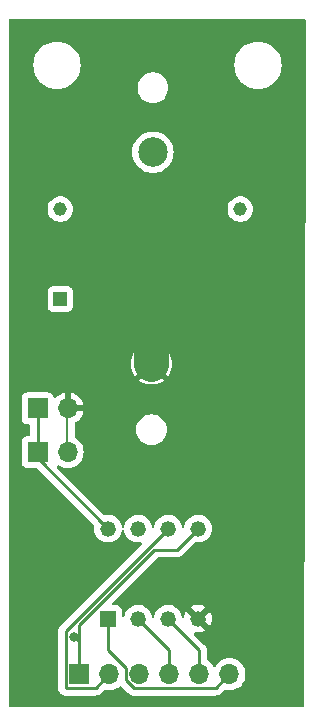
<source format=gbr>
%TF.GenerationSoftware,KiCad,Pcbnew,7.0.11-2.fc39*%
%TF.CreationDate,2024-06-07T09:19:16-04:00*%
%TF.ProjectId,OS-44,4f532d34-342e-46b6-9963-61645f706362,rev?*%
%TF.SameCoordinates,Original*%
%TF.FileFunction,Copper,L1,Top*%
%TF.FilePolarity,Positive*%
%FSLAX46Y46*%
G04 Gerber Fmt 4.6, Leading zero omitted, Abs format (unit mm)*
G04 Created by KiCad (PCBNEW 7.0.11-2.fc39) date 2024-06-07 09:19:16*
%MOMM*%
%LPD*%
G01*
G04 APERTURE LIST*
%TA.AperFunction,NonConductor*%
%ADD10C,0.200000*%
%TD*%
%TA.AperFunction,ComponentPad*%
%ADD11R,1.158000X1.158000*%
%TD*%
%TA.AperFunction,ComponentPad*%
%ADD12C,1.158000*%
%TD*%
%TA.AperFunction,ComponentPad*%
%ADD13R,1.320800X1.320800*%
%TD*%
%TA.AperFunction,ComponentPad*%
%ADD14C,1.320800*%
%TD*%
%TA.AperFunction,ComponentPad*%
%ADD15R,1.700000X1.700000*%
%TD*%
%TA.AperFunction,ComponentPad*%
%ADD16O,1.700000X1.700000*%
%TD*%
%TA.AperFunction,ComponentPad*%
%ADD17C,2.500000*%
%TD*%
%TA.AperFunction,ViaPad*%
%ADD18C,0.800000*%
%TD*%
%TA.AperFunction,Conductor*%
%ADD19C,3.000000*%
%TD*%
%TA.AperFunction,Conductor*%
%ADD20C,0.250000*%
%TD*%
G04 APERTURE END LIST*
D10*
X134493000Y-99568000D02*
X134493000Y-95758000D01*
D11*
%TO.P,Y1,1*%
%TO.N,N/C*%
X133890000Y-86605000D03*
D12*
%TO.P,Y1,7,CASE_GND*%
%TO.N,GND*%
X149130000Y-86605000D03*
%TO.P,Y1,8,OUTPUT*%
%TO.N,HF_MOD*%
X149130000Y-78985000D03*
%TO.P,Y1,14,+VDC*%
%TO.N,PB0*%
X133890000Y-78985000D03*
%TD*%
D13*
%TO.P,ATTINY85,1,PB5*%
%TO.N,PB5*%
X137922000Y-113665000D03*
D14*
%TO.P,ATTINY85,2,PB3*%
%TO.N,PB3*%
X140462000Y-113665000D03*
%TO.P,ATTINY85,3,PB4*%
%TO.N,PB4*%
X143002000Y-113665000D03*
%TO.P,ATTINY85,4,GND*%
%TO.N,GND*%
X145542000Y-113665000D03*
%TO.P,ATTINY85,5,PB0*%
%TO.N,PB0*%
X145542000Y-106045000D03*
%TO.P,ATTINY85,6,PB1*%
%TO.N,PB1*%
X143002000Y-106045000D03*
%TO.P,ATTINY85,7,PB2*%
%TO.N,PB2*%
X140462000Y-106045000D03*
%TO.P,ATTINY85,8,VCC*%
%TO.N,VCC*%
X137922000Y-106045000D03*
%TD*%
D15*
%TO.P,JPROG,1,Pin_1*%
%TO.N,PB0*%
X135509000Y-118364000D03*
D16*
%TO.P,JPROG,2,Pin_2*%
%TO.N,PB1*%
X138049000Y-118364000D03*
%TO.P,JPROG,3,Pin_3*%
%TO.N,PB2*%
X140589000Y-118364000D03*
%TO.P,JPROG,4,Pin_4*%
%TO.N,PB3*%
X143129000Y-118364000D03*
%TO.P,JPROG,5,Pin_5*%
%TO.N,PB4*%
X145669000Y-118364000D03*
%TO.P,JPROG,6,Pin_6*%
%TO.N,PB5*%
X148209000Y-118364000D03*
%TD*%
D17*
%TO.P,ANT,1,Pin_1*%
%TO.N,RF_OUT*%
X141732000Y-74168000D03*
%TD*%
D15*
%TO.P,PWR,1,Pin_1*%
%TO.N,VCC*%
X131973000Y-95860000D03*
D16*
%TO.P,PWR,2,Pin_2*%
%TO.N,GND*%
X134513000Y-95860000D03*
%TD*%
D17*
%TO.P,J4,1,Pin_1*%
%TO.N,GND*%
X141605000Y-92075000D03*
%TD*%
D15*
%TO.P,PWR,1,Pin_1*%
%TO.N,N/C*%
X131973000Y-99543000D03*
D16*
%TO.P,PWR,2,Pin_2*%
X134513000Y-99543000D03*
%TD*%
D18*
%TO.N,GND*%
X132080000Y-71120000D03*
X149225000Y-100330000D03*
X130810000Y-113030000D03*
X151765000Y-107315000D03*
X130810000Y-92075000D03*
X149225000Y-120650000D03*
X147955000Y-102870000D03*
X149225000Y-112395000D03*
X137160000Y-78105000D03*
X145415000Y-73660000D03*
X152400000Y-99060000D03*
X139065000Y-88265000D03*
X135890000Y-72390000D03*
X146685000Y-71120000D03*
X146431000Y-78740000D03*
X148590000Y-77470000D03*
X135890000Y-120650000D03*
X153035000Y-80645000D03*
X135255000Y-77470000D03*
X149225000Y-84455000D03*
X134620000Y-104775000D03*
X148590000Y-108585000D03*
X130810000Y-118745000D03*
X138430000Y-77470000D03*
X152400000Y-101600000D03*
X135255000Y-109347000D03*
X132080000Y-93345000D03*
X153035000Y-88265000D03*
X153035000Y-105410000D03*
X151765000Y-110490000D03*
X144780000Y-101600000D03*
X144653000Y-109855000D03*
X143510000Y-120650000D03*
X147955000Y-73025000D03*
X147193000Y-84074000D03*
X149860000Y-105410000D03*
X146685000Y-90805000D03*
X151130000Y-73025000D03*
X153035000Y-78105000D03*
X151003000Y-93980000D03*
X130810000Y-103505000D03*
X147320000Y-92710000D03*
X132080000Y-75565000D03*
X130810000Y-107315000D03*
X132715000Y-77470000D03*
X152400000Y-114300000D03*
X141097000Y-87249000D03*
X138430000Y-64770000D03*
X146050000Y-98425000D03*
X150495000Y-90805000D03*
X146558000Y-76708000D03*
X131445000Y-88265000D03*
X149860000Y-88900000D03*
X137795000Y-68580000D03*
X137160000Y-74930000D03*
X142875000Y-100965000D03*
X137160000Y-80010000D03*
X138430000Y-102870000D03*
X151130000Y-76835000D03*
X153670000Y-120650000D03*
X144780000Y-64135000D03*
X130175000Y-76200000D03*
%TO.N,PB0*%
X135059000Y-115189000D03*
%TD*%
D19*
%TO.N,GND*%
X141605000Y-92075000D02*
X141605000Y-89535000D01*
X144535000Y-86605000D02*
X149130000Y-86605000D01*
D20*
X137820000Y-95860000D02*
X141605000Y-92075000D01*
D19*
X141605000Y-89535000D02*
X144535000Y-86605000D01*
D20*
X134513000Y-95860000D02*
X137820000Y-95860000D01*
%TO.N,VCC*%
X137922000Y-106045000D02*
X131973000Y-100096000D01*
X131973000Y-100096000D02*
X131973000Y-95860000D01*
%TO.N,PB0*%
X141860396Y-107823000D02*
X135509000Y-114174396D01*
X143764000Y-107823000D02*
X141860396Y-107823000D01*
X135509000Y-114174396D02*
X135509000Y-115570000D01*
X135440000Y-115570000D02*
X135509000Y-115570000D01*
X145542000Y-106045000D02*
X143764000Y-107823000D01*
X135509000Y-118364000D02*
X135509000Y-115570000D01*
X135059000Y-115189000D02*
X135440000Y-115570000D01*
%TO.N,PB1*%
X134334000Y-114713000D02*
X143002000Y-106045000D01*
X138049000Y-118364000D02*
X136874000Y-119539000D01*
X134334000Y-119539000D02*
X134334000Y-114713000D01*
X136874000Y-119539000D02*
X134334000Y-119539000D01*
%TO.N,PB3*%
X143129000Y-118364000D02*
X143129000Y-116332000D01*
X143129000Y-116332000D02*
X140462000Y-113665000D01*
%TO.N,PB4*%
X145669000Y-116332000D02*
X143002000Y-113665000D01*
X145669000Y-118364000D02*
X145669000Y-116332000D01*
%TO.N,PB5*%
X139414000Y-118850701D02*
X139414000Y-117825396D01*
X148209000Y-118364000D02*
X147034000Y-119539000D01*
X147034000Y-119539000D02*
X140102299Y-119539000D01*
X140102299Y-119539000D02*
X139414000Y-118850701D01*
X139414000Y-117825396D02*
X137922000Y-116333396D01*
X137922000Y-116333396D02*
X137922000Y-113665000D01*
%TD*%
%TA.AperFunction,Conductor*%
%TO.N,GND*%
G36*
X154628265Y-62885185D02*
G01*
X154674020Y-62937989D01*
X154685226Y-62989772D01*
X154609188Y-97663001D01*
X154559839Y-120166673D01*
X154558500Y-120777035D01*
X154558500Y-121033500D01*
X154538815Y-121100539D01*
X154486011Y-121146294D01*
X154434500Y-121157500D01*
X129664500Y-121157500D01*
X129597461Y-121137815D01*
X129551706Y-121085011D01*
X129540500Y-121033500D01*
X129540500Y-100440870D01*
X130622500Y-100440870D01*
X130622501Y-100440876D01*
X130628908Y-100500483D01*
X130679202Y-100635328D01*
X130679206Y-100635335D01*
X130765452Y-100750544D01*
X130765455Y-100750547D01*
X130880664Y-100836793D01*
X130880671Y-100836797D01*
X131015517Y-100887091D01*
X131015516Y-100887091D01*
X131022444Y-100887835D01*
X131075127Y-100893500D01*
X131834547Y-100893499D01*
X131901586Y-100913183D01*
X131922228Y-100929818D01*
X136738820Y-105746411D01*
X136772305Y-105807734D01*
X136774610Y-105845533D01*
X136756127Y-106044999D01*
X136756127Y-106045000D01*
X136775977Y-106259228D01*
X136834855Y-106466159D01*
X136834860Y-106466172D01*
X136930751Y-106658746D01*
X136930753Y-106658749D01*
X136930755Y-106658753D01*
X137060409Y-106830444D01*
X137060412Y-106830446D01*
X137060414Y-106830449D01*
X137219402Y-106975385D01*
X137219404Y-106975386D01*
X137219405Y-106975387D01*
X137402326Y-107088647D01*
X137602944Y-107166367D01*
X137814427Y-107205900D01*
X137814429Y-107205900D01*
X138029571Y-107205900D01*
X138029573Y-107205900D01*
X138241056Y-107166367D01*
X138441674Y-107088647D01*
X138624595Y-106975387D01*
X138783591Y-106830444D01*
X138913245Y-106658753D01*
X139009144Y-106466162D01*
X139068022Y-106259229D01*
X139068529Y-106253758D01*
X139094315Y-106188820D01*
X139151115Y-106148132D01*
X139220896Y-106144612D01*
X139281503Y-106179377D01*
X139313693Y-106241389D01*
X139315471Y-106253758D01*
X139315977Y-106259227D01*
X139374855Y-106466159D01*
X139374860Y-106466172D01*
X139470751Y-106658746D01*
X139470753Y-106658749D01*
X139470755Y-106658753D01*
X139600409Y-106830444D01*
X139600412Y-106830446D01*
X139600414Y-106830449D01*
X139759402Y-106975385D01*
X139759404Y-106975386D01*
X139759405Y-106975387D01*
X139942326Y-107088647D01*
X140142944Y-107166367D01*
X140354427Y-107205900D01*
X140354429Y-107205900D01*
X140569572Y-107205900D01*
X140569573Y-107205900D01*
X140651853Y-107190519D01*
X140721367Y-107197549D01*
X140776046Y-107241046D01*
X140798529Y-107307199D01*
X140781677Y-107375006D01*
X140762319Y-107400088D01*
X133950208Y-114212199D01*
X133937951Y-114222020D01*
X133938134Y-114222241D01*
X133932122Y-114227214D01*
X133886098Y-114276223D01*
X133883391Y-114279016D01*
X133863889Y-114298517D01*
X133863875Y-114298534D01*
X133861407Y-114301715D01*
X133853843Y-114310570D01*
X133823937Y-114342418D01*
X133823936Y-114342420D01*
X133814284Y-114359976D01*
X133803610Y-114376226D01*
X133791329Y-114392061D01*
X133791324Y-114392068D01*
X133773975Y-114432158D01*
X133768838Y-114442644D01*
X133747803Y-114480906D01*
X133742822Y-114500307D01*
X133736521Y-114518710D01*
X133728562Y-114537102D01*
X133728561Y-114537105D01*
X133721728Y-114580243D01*
X133719360Y-114591674D01*
X133708501Y-114633971D01*
X133708500Y-114633982D01*
X133708500Y-114654016D01*
X133706973Y-114673415D01*
X133703840Y-114693194D01*
X133703840Y-114693195D01*
X133707950Y-114736674D01*
X133708500Y-114748343D01*
X133708500Y-119468152D01*
X133706305Y-119491382D01*
X133704773Y-119499414D01*
X133708255Y-119554757D01*
X133708500Y-119562543D01*
X133708500Y-119578356D01*
X133710481Y-119594037D01*
X133711213Y-119601785D01*
X133714696Y-119657138D01*
X133717222Y-119664914D01*
X133722309Y-119687672D01*
X133723334Y-119695784D01*
X133723335Y-119695790D01*
X133723336Y-119695792D01*
X133724631Y-119699063D01*
X133743753Y-119747359D01*
X133746390Y-119754685D01*
X133763532Y-119807440D01*
X133767907Y-119814333D01*
X133778503Y-119835129D01*
X133781511Y-119842726D01*
X133781513Y-119842730D01*
X133814121Y-119887612D01*
X133818498Y-119894053D01*
X133848213Y-119940875D01*
X133848213Y-119940876D01*
X133854164Y-119946464D01*
X133869604Y-119963978D01*
X133874403Y-119970585D01*
X133917146Y-120005945D01*
X133922978Y-120011087D01*
X133963418Y-120049062D01*
X133970578Y-120052998D01*
X133989879Y-120066114D01*
X133996177Y-120071324D01*
X133996178Y-120071324D01*
X133996179Y-120071325D01*
X134046362Y-120094939D01*
X134053300Y-120098474D01*
X134060537Y-120102453D01*
X134101903Y-120125195D01*
X134101905Y-120125195D01*
X134101908Y-120125197D01*
X134107205Y-120126556D01*
X134109814Y-120127227D01*
X134131776Y-120135132D01*
X134139174Y-120138614D01*
X134193666Y-120149008D01*
X134201263Y-120150707D01*
X134254981Y-120164500D01*
X134263153Y-120164500D01*
X134286385Y-120166696D01*
X134287989Y-120167001D01*
X134294412Y-120168227D01*
X134294413Y-120168226D01*
X134294414Y-120168227D01*
X134349759Y-120164745D01*
X134357545Y-120164500D01*
X136791257Y-120164500D01*
X136806877Y-120166224D01*
X136806904Y-120165939D01*
X136814660Y-120166671D01*
X136814667Y-120166673D01*
X136881873Y-120164561D01*
X136885768Y-120164500D01*
X136913346Y-120164500D01*
X136913350Y-120164500D01*
X136917324Y-120163997D01*
X136928963Y-120163080D01*
X136972627Y-120161709D01*
X136991869Y-120156117D01*
X137010912Y-120152174D01*
X137030792Y-120149664D01*
X137071401Y-120133585D01*
X137082444Y-120129803D01*
X137124390Y-120117618D01*
X137141629Y-120107422D01*
X137159103Y-120098862D01*
X137177727Y-120091488D01*
X137177727Y-120091487D01*
X137177732Y-120091486D01*
X137213083Y-120065800D01*
X137222814Y-120059408D01*
X137260420Y-120037170D01*
X137274589Y-120022999D01*
X137289379Y-120010368D01*
X137305587Y-119998594D01*
X137333438Y-119964926D01*
X137341279Y-119956309D01*
X137593353Y-119704235D01*
X137654674Y-119670752D01*
X137713125Y-119672143D01*
X137727725Y-119676055D01*
X137813592Y-119699063D01*
X138001918Y-119715539D01*
X138048999Y-119719659D01*
X138049000Y-119719659D01*
X138049001Y-119719659D01*
X138088234Y-119716226D01*
X138284408Y-119699063D01*
X138512663Y-119637903D01*
X138726830Y-119538035D01*
X138920401Y-119402495D01*
X138920414Y-119402481D01*
X138920776Y-119402179D01*
X138920977Y-119402090D01*
X138924836Y-119399389D01*
X138925378Y-119400163D01*
X138984779Y-119374154D01*
X139053773Y-119385180D01*
X139088181Y-119409472D01*
X139601493Y-119922784D01*
X139611318Y-119935048D01*
X139611539Y-119934866D01*
X139616509Y-119940874D01*
X139665538Y-119986915D01*
X139668335Y-119989626D01*
X139687828Y-120009119D01*
X139690995Y-120011576D01*
X139699874Y-120019160D01*
X139731714Y-120049060D01*
X139731716Y-120049061D01*
X139731717Y-120049062D01*
X139749275Y-120058714D01*
X139765534Y-120069395D01*
X139781363Y-120081673D01*
X139821446Y-120099018D01*
X139831933Y-120104156D01*
X139870203Y-120125195D01*
X139870207Y-120125197D01*
X139870211Y-120125198D01*
X139889610Y-120130179D01*
X139908021Y-120136483D01*
X139926396Y-120144435D01*
X139926399Y-120144435D01*
X139926404Y-120144438D01*
X139969553Y-120151271D01*
X139980979Y-120153638D01*
X140023280Y-120164500D01*
X140043315Y-120164500D01*
X140062712Y-120166026D01*
X140082495Y-120169160D01*
X140125974Y-120165050D01*
X140137643Y-120164500D01*
X146951257Y-120164500D01*
X146966877Y-120166224D01*
X146966904Y-120165939D01*
X146974660Y-120166671D01*
X146974667Y-120166673D01*
X147041873Y-120164561D01*
X147045768Y-120164500D01*
X147073346Y-120164500D01*
X147073350Y-120164500D01*
X147077324Y-120163997D01*
X147088963Y-120163080D01*
X147132627Y-120161709D01*
X147151869Y-120156117D01*
X147170912Y-120152174D01*
X147190792Y-120149664D01*
X147231401Y-120133585D01*
X147242444Y-120129803D01*
X147284390Y-120117618D01*
X147301629Y-120107422D01*
X147319103Y-120098862D01*
X147337727Y-120091488D01*
X147337727Y-120091487D01*
X147337732Y-120091486D01*
X147373083Y-120065800D01*
X147382814Y-120059408D01*
X147420420Y-120037170D01*
X147434589Y-120022999D01*
X147449379Y-120010368D01*
X147465587Y-119998594D01*
X147493438Y-119964926D01*
X147501279Y-119956309D01*
X147753353Y-119704235D01*
X147814674Y-119670752D01*
X147873125Y-119672143D01*
X147887725Y-119676055D01*
X147973592Y-119699063D01*
X148161918Y-119715539D01*
X148208999Y-119719659D01*
X148209000Y-119719659D01*
X148209001Y-119719659D01*
X148248234Y-119716226D01*
X148444408Y-119699063D01*
X148672663Y-119637903D01*
X148886830Y-119538035D01*
X149080401Y-119402495D01*
X149247495Y-119235401D01*
X149383035Y-119041830D01*
X149482903Y-118827663D01*
X149544063Y-118599408D01*
X149564659Y-118364000D01*
X149544063Y-118128592D01*
X149482903Y-117900337D01*
X149383035Y-117686171D01*
X149377425Y-117678158D01*
X149247494Y-117492597D01*
X149080402Y-117325506D01*
X149080395Y-117325501D01*
X148886834Y-117189967D01*
X148886830Y-117189965D01*
X148834500Y-117165563D01*
X148672663Y-117090097D01*
X148672659Y-117090096D01*
X148672655Y-117090094D01*
X148444413Y-117028938D01*
X148444403Y-117028936D01*
X148209001Y-117008341D01*
X148208999Y-117008341D01*
X147973596Y-117028936D01*
X147973586Y-117028938D01*
X147745344Y-117090094D01*
X147745335Y-117090098D01*
X147531171Y-117189964D01*
X147531169Y-117189965D01*
X147337597Y-117325505D01*
X147170505Y-117492597D01*
X147040575Y-117678158D01*
X146985998Y-117721783D01*
X146916500Y-117728977D01*
X146854145Y-117697454D01*
X146837425Y-117678158D01*
X146707494Y-117492597D01*
X146540402Y-117325506D01*
X146540401Y-117325505D01*
X146347376Y-117190347D01*
X146303751Y-117135770D01*
X146294500Y-117088772D01*
X146294500Y-116414742D01*
X146296224Y-116399122D01*
X146295939Y-116399095D01*
X146296673Y-116391333D01*
X146294561Y-116324112D01*
X146294500Y-116320218D01*
X146294500Y-116292656D01*
X146294500Y-116292650D01*
X146293996Y-116288668D01*
X146293081Y-116277029D01*
X146292743Y-116266268D01*
X146291710Y-116233373D01*
X146286119Y-116214130D01*
X146282173Y-116195078D01*
X146279664Y-116175208D01*
X146263579Y-116134583D01*
X146259806Y-116123562D01*
X146247618Y-116081610D01*
X146247617Y-116081609D01*
X146247617Y-116081607D01*
X146247616Y-116081606D01*
X146237423Y-116064371D01*
X146228861Y-116046894D01*
X146221487Y-116028269D01*
X146195816Y-115992937D01*
X146189405Y-115983177D01*
X146167170Y-115945580D01*
X146167168Y-115945578D01*
X146167165Y-115945574D01*
X146153006Y-115931415D01*
X146140368Y-115916619D01*
X146128594Y-115900413D01*
X146094940Y-115872572D01*
X146086299Y-115864709D01*
X145241053Y-115019462D01*
X145207568Y-114958139D01*
X145212552Y-114888447D01*
X145254424Y-114832514D01*
X145319888Y-114808097D01*
X145351520Y-114809893D01*
X145434468Y-114825399D01*
X145434474Y-114825400D01*
X145649525Y-114825400D01*
X145860916Y-114785883D01*
X145860917Y-114785883D01*
X146061448Y-114708197D01*
X146061449Y-114708197D01*
X146166562Y-114643114D01*
X145591994Y-114068547D01*
X145669150Y-114056327D01*
X145783854Y-113997883D01*
X145874883Y-113906854D01*
X145933327Y-113792150D01*
X145945547Y-113714994D01*
X146522588Y-114292035D01*
X146532816Y-114278491D01*
X146628674Y-114085984D01*
X146687528Y-113879131D01*
X146707370Y-113665000D01*
X146687528Y-113450868D01*
X146628674Y-113244015D01*
X146532821Y-113051517D01*
X146532813Y-113051504D01*
X146522587Y-113037963D01*
X145945547Y-113615004D01*
X145933327Y-113537850D01*
X145874883Y-113423146D01*
X145783854Y-113332117D01*
X145669150Y-113273673D01*
X145591995Y-113261452D01*
X146166562Y-112686884D01*
X146061447Y-112621801D01*
X145860916Y-112544116D01*
X145649525Y-112504600D01*
X145434475Y-112504600D01*
X145223083Y-112544116D01*
X145223082Y-112544116D01*
X145022551Y-112621802D01*
X145022548Y-112621803D01*
X144917436Y-112686884D01*
X145492005Y-113261452D01*
X145414850Y-113273673D01*
X145300146Y-113332117D01*
X145209117Y-113423146D01*
X145150673Y-113537850D01*
X145138452Y-113615005D01*
X144561411Y-113037964D01*
X144551179Y-113051515D01*
X144455325Y-113244015D01*
X144396471Y-113450867D01*
X144395722Y-113458957D01*
X144369934Y-113523894D01*
X144313133Y-113564580D01*
X144243352Y-113568098D01*
X144182746Y-113533332D01*
X144150557Y-113471318D01*
X144148780Y-113458952D01*
X144148022Y-113450772D01*
X144140162Y-113423146D01*
X144089144Y-113243838D01*
X143993245Y-113051247D01*
X143863591Y-112879556D01*
X143863587Y-112879552D01*
X143863585Y-112879550D01*
X143704597Y-112734614D01*
X143627510Y-112686884D01*
X143521674Y-112621353D01*
X143321056Y-112543633D01*
X143109573Y-112504100D01*
X142894427Y-112504100D01*
X142682944Y-112543633D01*
X142556075Y-112592782D01*
X142482328Y-112621352D01*
X142482327Y-112621352D01*
X142299402Y-112734614D01*
X142140414Y-112879550D01*
X142140407Y-112879558D01*
X142010760Y-113051239D01*
X142010751Y-113051253D01*
X141914860Y-113243827D01*
X141914855Y-113243840D01*
X141855978Y-113450771D01*
X141855471Y-113456243D01*
X141829685Y-113521180D01*
X141772884Y-113561867D01*
X141703103Y-113565387D01*
X141642497Y-113530622D01*
X141610307Y-113468609D01*
X141608529Y-113456243D01*
X141608022Y-113450771D01*
X141549144Y-113243838D01*
X141453245Y-113051247D01*
X141323591Y-112879556D01*
X141323587Y-112879552D01*
X141323585Y-112879550D01*
X141164597Y-112734614D01*
X141087510Y-112686884D01*
X140981674Y-112621353D01*
X140781056Y-112543633D01*
X140569573Y-112504100D01*
X140354427Y-112504100D01*
X140142944Y-112543633D01*
X140016075Y-112592782D01*
X139942328Y-112621352D01*
X139942327Y-112621352D01*
X139759402Y-112734614D01*
X139600414Y-112879550D01*
X139600407Y-112879558D01*
X139470760Y-113051239D01*
X139470751Y-113051253D01*
X139374860Y-113243827D01*
X139374855Y-113243840D01*
X139326165Y-113414967D01*
X139288886Y-113474060D01*
X139225576Y-113503617D01*
X139156336Y-113494255D01*
X139103150Y-113448945D01*
X139082903Y-113382073D01*
X139082899Y-113381032D01*
X139082899Y-112956729D01*
X139082898Y-112956723D01*
X139076491Y-112897116D01*
X139026197Y-112762271D01*
X139026193Y-112762264D01*
X138939947Y-112647055D01*
X138939944Y-112647052D01*
X138824735Y-112560806D01*
X138824728Y-112560802D01*
X138689882Y-112510508D01*
X138689883Y-112510508D01*
X138630283Y-112504101D01*
X138630281Y-112504100D01*
X138630273Y-112504100D01*
X138630265Y-112504100D01*
X138363247Y-112504100D01*
X138296208Y-112484415D01*
X138250453Y-112431611D01*
X138240509Y-112362453D01*
X138269534Y-112298897D01*
X138275566Y-112292419D01*
X142083168Y-108484819D01*
X142144491Y-108451334D01*
X142170849Y-108448500D01*
X143681257Y-108448500D01*
X143696877Y-108450224D01*
X143696904Y-108449939D01*
X143704660Y-108450671D01*
X143704667Y-108450673D01*
X143771873Y-108448561D01*
X143775768Y-108448500D01*
X143803346Y-108448500D01*
X143803350Y-108448500D01*
X143807324Y-108447997D01*
X143818963Y-108447080D01*
X143862627Y-108445709D01*
X143881869Y-108440117D01*
X143900912Y-108436174D01*
X143920792Y-108433664D01*
X143961401Y-108417585D01*
X143972444Y-108413803D01*
X144014390Y-108401618D01*
X144031629Y-108391422D01*
X144049103Y-108382862D01*
X144067727Y-108375488D01*
X144067727Y-108375487D01*
X144067732Y-108375486D01*
X144103083Y-108349800D01*
X144112814Y-108343408D01*
X144150420Y-108321170D01*
X144164589Y-108306999D01*
X144179379Y-108294368D01*
X144195587Y-108282594D01*
X144223438Y-108248926D01*
X144231279Y-108240309D01*
X145246048Y-107225540D01*
X145307369Y-107192057D01*
X145356511Y-107191335D01*
X145434427Y-107205900D01*
X145434428Y-107205900D01*
X145649571Y-107205900D01*
X145649573Y-107205900D01*
X145861056Y-107166367D01*
X146061674Y-107088647D01*
X146244595Y-106975387D01*
X146403591Y-106830444D01*
X146533245Y-106658753D01*
X146629144Y-106466162D01*
X146688022Y-106259229D01*
X146707873Y-106045000D01*
X146688022Y-105830771D01*
X146629144Y-105623838D01*
X146533245Y-105431247D01*
X146403591Y-105259556D01*
X146403587Y-105259552D01*
X146403585Y-105259550D01*
X146244597Y-105114614D01*
X146204811Y-105089979D01*
X146061674Y-105001353D01*
X145861056Y-104923633D01*
X145649573Y-104884100D01*
X145434427Y-104884100D01*
X145222944Y-104923633D01*
X145096075Y-104972782D01*
X145022328Y-105001352D01*
X145022327Y-105001352D01*
X144839402Y-105114614D01*
X144680414Y-105259550D01*
X144680407Y-105259558D01*
X144550760Y-105431239D01*
X144550751Y-105431253D01*
X144454860Y-105623827D01*
X144454855Y-105623840D01*
X144395978Y-105830771D01*
X144395471Y-105836243D01*
X144369685Y-105901180D01*
X144312884Y-105941867D01*
X144243103Y-105945387D01*
X144182497Y-105910622D01*
X144150307Y-105848609D01*
X144148529Y-105836243D01*
X144148022Y-105830771D01*
X144089144Y-105623838D01*
X143993245Y-105431247D01*
X143863591Y-105259556D01*
X143863587Y-105259552D01*
X143863585Y-105259550D01*
X143704597Y-105114614D01*
X143664811Y-105089979D01*
X143521674Y-105001353D01*
X143321056Y-104923633D01*
X143109573Y-104884100D01*
X142894427Y-104884100D01*
X142682944Y-104923633D01*
X142556075Y-104972782D01*
X142482328Y-105001352D01*
X142482327Y-105001352D01*
X142299402Y-105114614D01*
X142140414Y-105259550D01*
X142140407Y-105259558D01*
X142010760Y-105431239D01*
X142010751Y-105431253D01*
X141914860Y-105623827D01*
X141914855Y-105623840D01*
X141855978Y-105830771D01*
X141855471Y-105836243D01*
X141829685Y-105901180D01*
X141772884Y-105941867D01*
X141703103Y-105945387D01*
X141642497Y-105910622D01*
X141610307Y-105848609D01*
X141608529Y-105836243D01*
X141608022Y-105830771D01*
X141549144Y-105623838D01*
X141453245Y-105431247D01*
X141323591Y-105259556D01*
X141323587Y-105259552D01*
X141323585Y-105259550D01*
X141164597Y-105114614D01*
X141124811Y-105089979D01*
X140981674Y-105001353D01*
X140781056Y-104923633D01*
X140569573Y-104884100D01*
X140354427Y-104884100D01*
X140142944Y-104923633D01*
X140016075Y-104972782D01*
X139942328Y-105001352D01*
X139942327Y-105001352D01*
X139759402Y-105114614D01*
X139600414Y-105259550D01*
X139600407Y-105259558D01*
X139470760Y-105431239D01*
X139470751Y-105431253D01*
X139374860Y-105623827D01*
X139374855Y-105623840D01*
X139315978Y-105830771D01*
X139315471Y-105836243D01*
X139289685Y-105901180D01*
X139232884Y-105941867D01*
X139163103Y-105945387D01*
X139102497Y-105910622D01*
X139070307Y-105848609D01*
X139068529Y-105836243D01*
X139068022Y-105830771D01*
X139009144Y-105623838D01*
X138913245Y-105431247D01*
X138783591Y-105259556D01*
X138783587Y-105259552D01*
X138783585Y-105259550D01*
X138624597Y-105114614D01*
X138584811Y-105089979D01*
X138441674Y-105001353D01*
X138241056Y-104923633D01*
X138029573Y-104884100D01*
X137814427Y-104884100D01*
X137814426Y-104884100D01*
X137736511Y-104898664D01*
X137666996Y-104891632D01*
X137626047Y-104864456D01*
X133648067Y-100886476D01*
X133614582Y-100825153D01*
X133619566Y-100755461D01*
X133661438Y-100699528D01*
X133726902Y-100675111D01*
X133795175Y-100689963D01*
X133806865Y-100697216D01*
X133835170Y-100717035D01*
X134049337Y-100816903D01*
X134277592Y-100878063D01*
X134454034Y-100893500D01*
X134512999Y-100898659D01*
X134513000Y-100898659D01*
X134513001Y-100898659D01*
X134571966Y-100893500D01*
X134748408Y-100878063D01*
X134976663Y-100816903D01*
X135190830Y-100717035D01*
X135384401Y-100581495D01*
X135551495Y-100414401D01*
X135687035Y-100220830D01*
X135786903Y-100006663D01*
X135848063Y-99778408D01*
X135868659Y-99543000D01*
X135848063Y-99307592D01*
X135786903Y-99079337D01*
X135687035Y-98865171D01*
X135636899Y-98793568D01*
X135551494Y-98671597D01*
X135384402Y-98504506D01*
X135384395Y-98504501D01*
X135190832Y-98368966D01*
X135165094Y-98356964D01*
X135112655Y-98310791D01*
X135093500Y-98244582D01*
X135093500Y-97663001D01*
X140299532Y-97663001D01*
X140319364Y-97889686D01*
X140319366Y-97889697D01*
X140378258Y-98109488D01*
X140378261Y-98109497D01*
X140474431Y-98315732D01*
X140474432Y-98315734D01*
X140604954Y-98502141D01*
X140765858Y-98663045D01*
X140765861Y-98663047D01*
X140952266Y-98793568D01*
X141158504Y-98889739D01*
X141378308Y-98948635D01*
X141548214Y-98963499D01*
X141548215Y-98963500D01*
X141548216Y-98963500D01*
X141661785Y-98963500D01*
X141661785Y-98963499D01*
X141831692Y-98948635D01*
X142051496Y-98889739D01*
X142257734Y-98793568D01*
X142444139Y-98663047D01*
X142605047Y-98502139D01*
X142735568Y-98315734D01*
X142831739Y-98109496D01*
X142890635Y-97889692D01*
X142910468Y-97663000D01*
X142890635Y-97436308D01*
X142831739Y-97216504D01*
X142735568Y-97010266D01*
X142605047Y-96823861D01*
X142605045Y-96823858D01*
X142444141Y-96662954D01*
X142257734Y-96532432D01*
X142257732Y-96532431D01*
X142051497Y-96436261D01*
X142051488Y-96436258D01*
X141831697Y-96377366D01*
X141831687Y-96377364D01*
X141661785Y-96362500D01*
X141661784Y-96362500D01*
X141548216Y-96362500D01*
X141548215Y-96362500D01*
X141378312Y-96377364D01*
X141378302Y-96377366D01*
X141158511Y-96436258D01*
X141158502Y-96436261D01*
X140952267Y-96532431D01*
X140952265Y-96532432D01*
X140765858Y-96662954D01*
X140604954Y-96823858D01*
X140474432Y-97010265D01*
X140474431Y-97010267D01*
X140378261Y-97216502D01*
X140378258Y-97216511D01*
X140319366Y-97436302D01*
X140319364Y-97436313D01*
X140299532Y-97662998D01*
X140299532Y-97663001D01*
X135093500Y-97663001D01*
X135093500Y-97157864D01*
X135113185Y-97090825D01*
X135165099Y-97045480D01*
X135190579Y-97033599D01*
X135384082Y-96898105D01*
X135551105Y-96731082D01*
X135686600Y-96537578D01*
X135786429Y-96323492D01*
X135786432Y-96323486D01*
X135843636Y-96110000D01*
X135217500Y-96110000D01*
X135150461Y-96090315D01*
X135104706Y-96037511D01*
X135093500Y-95986000D01*
X135093500Y-95734000D01*
X135113185Y-95666961D01*
X135165989Y-95621206D01*
X135217500Y-95610000D01*
X135843636Y-95610000D01*
X135843635Y-95609999D01*
X135786432Y-95396513D01*
X135786429Y-95396507D01*
X135686600Y-95182422D01*
X135686599Y-95182420D01*
X135551113Y-94988926D01*
X135551108Y-94988920D01*
X135384082Y-94821894D01*
X135190578Y-94686399D01*
X134976492Y-94586570D01*
X134976486Y-94586567D01*
X134763000Y-94529364D01*
X134763000Y-95046469D01*
X134743315Y-95113508D01*
X134690511Y-95159263D01*
X134622815Y-95169408D01*
X134493001Y-95152318D01*
X134492999Y-95152318D01*
X134403185Y-95164142D01*
X134334150Y-95153376D01*
X134281894Y-95106996D01*
X134263000Y-95041203D01*
X134263000Y-94529364D01*
X134262999Y-94529364D01*
X134049513Y-94586567D01*
X134049507Y-94586570D01*
X133835422Y-94686399D01*
X133835420Y-94686400D01*
X133641926Y-94821886D01*
X133519865Y-94943947D01*
X133458542Y-94977431D01*
X133388850Y-94972447D01*
X133332917Y-94930575D01*
X133316002Y-94899598D01*
X133266797Y-94767671D01*
X133266793Y-94767664D01*
X133180547Y-94652455D01*
X133180544Y-94652452D01*
X133065335Y-94566206D01*
X133065328Y-94566202D01*
X132930482Y-94515908D01*
X132930483Y-94515908D01*
X132870883Y-94509501D01*
X132870881Y-94509500D01*
X132870873Y-94509500D01*
X132870864Y-94509500D01*
X131075129Y-94509500D01*
X131075123Y-94509501D01*
X131015516Y-94515908D01*
X130880671Y-94566202D01*
X130880664Y-94566206D01*
X130765455Y-94652452D01*
X130765452Y-94652455D01*
X130679206Y-94767664D01*
X130679202Y-94767671D01*
X130628908Y-94902517D01*
X130622501Y-94962116D01*
X130622500Y-94962135D01*
X130622500Y-96757870D01*
X130622501Y-96757876D01*
X130628908Y-96817483D01*
X130679202Y-96952328D01*
X130679206Y-96952335D01*
X130765452Y-97067544D01*
X130765455Y-97067547D01*
X130880664Y-97153793D01*
X130880671Y-97153797D01*
X130925618Y-97170561D01*
X131015517Y-97204091D01*
X131075127Y-97210500D01*
X131223500Y-97210499D01*
X131290539Y-97230183D01*
X131336294Y-97282987D01*
X131347500Y-97334499D01*
X131347500Y-98068500D01*
X131327815Y-98135539D01*
X131275011Y-98181294D01*
X131223501Y-98192500D01*
X131075130Y-98192500D01*
X131075123Y-98192501D01*
X131015516Y-98198908D01*
X130880671Y-98249202D01*
X130880664Y-98249206D01*
X130765455Y-98335452D01*
X130765452Y-98335455D01*
X130679206Y-98450664D01*
X130679202Y-98450671D01*
X130628908Y-98585517D01*
X130622501Y-98645116D01*
X130622500Y-98645135D01*
X130622500Y-100440870D01*
X129540500Y-100440870D01*
X129540500Y-92075004D01*
X139850093Y-92075004D01*
X139869692Y-92336545D01*
X139869693Y-92336550D01*
X139928058Y-92592270D01*
X140023883Y-92836426D01*
X140023882Y-92836426D01*
X140155027Y-93063573D01*
X140202874Y-93123571D01*
X141042226Y-92284219D01*
X141080901Y-92377588D01*
X141177075Y-92502925D01*
X141302412Y-92599099D01*
X141395779Y-92637772D01*
X140555830Y-93477720D01*
X140727546Y-93594793D01*
X140727550Y-93594795D01*
X140963854Y-93708594D01*
X140963858Y-93708595D01*
X141214494Y-93785907D01*
X141214500Y-93785909D01*
X141473848Y-93824999D01*
X141473857Y-93825000D01*
X141736143Y-93825000D01*
X141736151Y-93824999D01*
X141995499Y-93785909D01*
X141995505Y-93785907D01*
X142246143Y-93708595D01*
X142482445Y-93594798D01*
X142482447Y-93594797D01*
X142654168Y-93477720D01*
X141814220Y-92637772D01*
X141907588Y-92599099D01*
X142032925Y-92502925D01*
X142129099Y-92377589D01*
X142167773Y-92284220D01*
X143007125Y-93123572D01*
X143054971Y-93063573D01*
X143186116Y-92836426D01*
X143281941Y-92592270D01*
X143340306Y-92336550D01*
X143340307Y-92336545D01*
X143359907Y-92075004D01*
X143359907Y-92074995D01*
X143340307Y-91813454D01*
X143340306Y-91813449D01*
X143281941Y-91557729D01*
X143186116Y-91313573D01*
X143186117Y-91313573D01*
X143054972Y-91086426D01*
X143007124Y-91026427D01*
X142167772Y-91865779D01*
X142129099Y-91772412D01*
X142032925Y-91647075D01*
X141907588Y-91550901D01*
X141814220Y-91512227D01*
X142654168Y-90672278D01*
X142482454Y-90555206D01*
X142482445Y-90555201D01*
X142246142Y-90441404D01*
X142246144Y-90441404D01*
X141995505Y-90364092D01*
X141995499Y-90364090D01*
X141736151Y-90325000D01*
X141473848Y-90325000D01*
X141214500Y-90364090D01*
X141214494Y-90364092D01*
X140963858Y-90441404D01*
X140963854Y-90441405D01*
X140727547Y-90555205D01*
X140727539Y-90555210D01*
X140555830Y-90672277D01*
X141395779Y-91512226D01*
X141302412Y-91550901D01*
X141177075Y-91647075D01*
X141080901Y-91772411D01*
X141042227Y-91865779D01*
X140202874Y-91026427D01*
X140155028Y-91086425D01*
X140023883Y-91313573D01*
X139928058Y-91557729D01*
X139869693Y-91813449D01*
X139869692Y-91813454D01*
X139850093Y-92074995D01*
X139850093Y-92075004D01*
X129540500Y-92075004D01*
X129540500Y-87231870D01*
X132810500Y-87231870D01*
X132810501Y-87231876D01*
X132816908Y-87291483D01*
X132867202Y-87426328D01*
X132867206Y-87426335D01*
X132953452Y-87541544D01*
X132953455Y-87541547D01*
X133068664Y-87627793D01*
X133068671Y-87627797D01*
X133203517Y-87678091D01*
X133203516Y-87678091D01*
X133210444Y-87678835D01*
X133263127Y-87684500D01*
X134516872Y-87684499D01*
X134576483Y-87678091D01*
X134711331Y-87627796D01*
X134826546Y-87541546D01*
X134839691Y-87523986D01*
X148564565Y-87523986D01*
X148564566Y-87523987D01*
X148646982Y-87575016D01*
X148646989Y-87575020D01*
X148833449Y-87647254D01*
X149030018Y-87684000D01*
X149229982Y-87684000D01*
X149426550Y-87647254D01*
X149613009Y-87575020D01*
X149613010Y-87575020D01*
X149695433Y-87523986D01*
X149130001Y-86958553D01*
X149130000Y-86958553D01*
X148564565Y-87523986D01*
X134839691Y-87523986D01*
X134912796Y-87426331D01*
X134963091Y-87291483D01*
X134969500Y-87231873D01*
X134969499Y-86605000D01*
X148046377Y-86605000D01*
X148064827Y-86804114D01*
X148064828Y-86804117D01*
X148119547Y-86996438D01*
X148119555Y-86996458D01*
X148207789Y-87173656D01*
X148719140Y-86662306D01*
X148805000Y-86662306D01*
X148844199Y-86770007D01*
X148917871Y-86857805D01*
X149017129Y-86915112D01*
X149101564Y-86930000D01*
X149158436Y-86930000D01*
X149242871Y-86915112D01*
X149342129Y-86857805D01*
X149415801Y-86770007D01*
X149455000Y-86662306D01*
X149455000Y-86605000D01*
X149483553Y-86605000D01*
X150052209Y-87173656D01*
X150140447Y-86996451D01*
X150140450Y-86996445D01*
X150195171Y-86804117D01*
X150195172Y-86804114D01*
X150213623Y-86605000D01*
X150213623Y-86604999D01*
X150195172Y-86405885D01*
X150195171Y-86405882D01*
X150140452Y-86213561D01*
X150140444Y-86213541D01*
X150052209Y-86036342D01*
X149483553Y-86604999D01*
X149483553Y-86605000D01*
X149455000Y-86605000D01*
X149455000Y-86547694D01*
X149415801Y-86439993D01*
X149342129Y-86352195D01*
X149242871Y-86294888D01*
X149158436Y-86280000D01*
X149101564Y-86280000D01*
X149017129Y-86294888D01*
X148917871Y-86352195D01*
X148844199Y-86439993D01*
X148805000Y-86547694D01*
X148805000Y-86662306D01*
X148719140Y-86662306D01*
X148776446Y-86605000D01*
X148776446Y-86604999D01*
X148207789Y-86036342D01*
X148119552Y-86213550D01*
X148119547Y-86213561D01*
X148064828Y-86405882D01*
X148064827Y-86405885D01*
X148046377Y-86604999D01*
X148046377Y-86605000D01*
X134969499Y-86605000D01*
X134969499Y-85978128D01*
X134963091Y-85918517D01*
X134912796Y-85783669D01*
X134912795Y-85783668D01*
X134912793Y-85783664D01*
X134839690Y-85686012D01*
X148564566Y-85686012D01*
X149130000Y-86251446D01*
X149130001Y-86251446D01*
X149695433Y-85686012D01*
X149613009Y-85634979D01*
X149613010Y-85634979D01*
X149426550Y-85562745D01*
X149229982Y-85526000D01*
X149030018Y-85526000D01*
X148833449Y-85562745D01*
X148646984Y-85634981D01*
X148564566Y-85686011D01*
X148564566Y-85686012D01*
X134839690Y-85686012D01*
X134826547Y-85668455D01*
X134826544Y-85668452D01*
X134711335Y-85582206D01*
X134711328Y-85582202D01*
X134576482Y-85531908D01*
X134576483Y-85531908D01*
X134516883Y-85525501D01*
X134516881Y-85525500D01*
X134516873Y-85525500D01*
X134516864Y-85525500D01*
X133263129Y-85525500D01*
X133263123Y-85525501D01*
X133203516Y-85531908D01*
X133068671Y-85582202D01*
X133068664Y-85582206D01*
X132953455Y-85668452D01*
X132953452Y-85668455D01*
X132867206Y-85783664D01*
X132867202Y-85783671D01*
X132816908Y-85918517D01*
X132810501Y-85978116D01*
X132810501Y-85978123D01*
X132810500Y-85978135D01*
X132810500Y-87231870D01*
X129540500Y-87231870D01*
X129540500Y-78985000D01*
X132805875Y-78985000D01*
X132824333Y-79184206D01*
X132879083Y-79376628D01*
X132879088Y-79376641D01*
X132968258Y-79555718D01*
X133088822Y-79715370D01*
X133236669Y-79850150D01*
X133406764Y-79955469D01*
X133593315Y-80027739D01*
X133789970Y-80064500D01*
X133789972Y-80064500D01*
X133990028Y-80064500D01*
X133990030Y-80064500D01*
X134186685Y-80027739D01*
X134373236Y-79955469D01*
X134543331Y-79850150D01*
X134691178Y-79715370D01*
X134811742Y-79555718D01*
X134900916Y-79376631D01*
X134955666Y-79184207D01*
X134974125Y-78985000D01*
X148045875Y-78985000D01*
X148064333Y-79184206D01*
X148119083Y-79376628D01*
X148119088Y-79376641D01*
X148208258Y-79555718D01*
X148328822Y-79715370D01*
X148476669Y-79850150D01*
X148646764Y-79955469D01*
X148833315Y-80027739D01*
X149029970Y-80064500D01*
X149029972Y-80064500D01*
X149230028Y-80064500D01*
X149230030Y-80064500D01*
X149426685Y-80027739D01*
X149613236Y-79955469D01*
X149783331Y-79850150D01*
X149931178Y-79715370D01*
X150051742Y-79555718D01*
X150140916Y-79376631D01*
X150195666Y-79184207D01*
X150214125Y-78985000D01*
X150195666Y-78785793D01*
X150140916Y-78593369D01*
X150051742Y-78414282D01*
X149931178Y-78254630D01*
X149783331Y-78119850D01*
X149613236Y-78014531D01*
X149613235Y-78014530D01*
X149476830Y-77961687D01*
X149426685Y-77942261D01*
X149230030Y-77905500D01*
X149029970Y-77905500D01*
X148833315Y-77942261D01*
X148833312Y-77942261D01*
X148833312Y-77942262D01*
X148646764Y-78014530D01*
X148646763Y-78014531D01*
X148476667Y-78119851D01*
X148328823Y-78254628D01*
X148208258Y-78414281D01*
X148119088Y-78593358D01*
X148119083Y-78593371D01*
X148064333Y-78785793D01*
X148045875Y-78984999D01*
X148045875Y-78985000D01*
X134974125Y-78985000D01*
X134955666Y-78785793D01*
X134900916Y-78593369D01*
X134811742Y-78414282D01*
X134691178Y-78254630D01*
X134543331Y-78119850D01*
X134373236Y-78014531D01*
X134373235Y-78014530D01*
X134236830Y-77961687D01*
X134186685Y-77942261D01*
X133990030Y-77905500D01*
X133789970Y-77905500D01*
X133593315Y-77942261D01*
X133593312Y-77942261D01*
X133593312Y-77942262D01*
X133406764Y-78014530D01*
X133406763Y-78014531D01*
X133236667Y-78119851D01*
X133088823Y-78254628D01*
X132968258Y-78414281D01*
X132879088Y-78593358D01*
X132879083Y-78593371D01*
X132824333Y-78785793D01*
X132805875Y-78984999D01*
X132805875Y-78985000D01*
X129540500Y-78985000D01*
X129540500Y-74168004D01*
X139976592Y-74168004D01*
X139996196Y-74429620D01*
X139996197Y-74429625D01*
X140054576Y-74685402D01*
X140054578Y-74685411D01*
X140054580Y-74685416D01*
X140150432Y-74929643D01*
X140281614Y-75156857D01*
X140413736Y-75322533D01*
X140445198Y-75361985D01*
X140626753Y-75530441D01*
X140637521Y-75540433D01*
X140854296Y-75688228D01*
X140854301Y-75688230D01*
X140854302Y-75688231D01*
X140854303Y-75688232D01*
X140979843Y-75748688D01*
X141090673Y-75802061D01*
X141090674Y-75802061D01*
X141090677Y-75802063D01*
X141341385Y-75879396D01*
X141600818Y-75918500D01*
X141863182Y-75918500D01*
X142122615Y-75879396D01*
X142373323Y-75802063D01*
X142609704Y-75688228D01*
X142826479Y-75540433D01*
X143018805Y-75361981D01*
X143182386Y-75156857D01*
X143313568Y-74929643D01*
X143409420Y-74685416D01*
X143467802Y-74429630D01*
X143487408Y-74168000D01*
X143467802Y-73906370D01*
X143409420Y-73650584D01*
X143313568Y-73406357D01*
X143182386Y-73179143D01*
X143018805Y-72974019D01*
X143018804Y-72974018D01*
X143018801Y-72974014D01*
X142826479Y-72795567D01*
X142609704Y-72647772D01*
X142609700Y-72647770D01*
X142609697Y-72647768D01*
X142609696Y-72647767D01*
X142373325Y-72533938D01*
X142373327Y-72533938D01*
X142122623Y-72456606D01*
X142122619Y-72456605D01*
X142122615Y-72456604D01*
X141997823Y-72437794D01*
X141863187Y-72417500D01*
X141863182Y-72417500D01*
X141600818Y-72417500D01*
X141600812Y-72417500D01*
X141439247Y-72441853D01*
X141341385Y-72456604D01*
X141341382Y-72456605D01*
X141341376Y-72456606D01*
X141090673Y-72533938D01*
X140854303Y-72647767D01*
X140854302Y-72647768D01*
X140637520Y-72795567D01*
X140445198Y-72974014D01*
X140281614Y-73179143D01*
X140150432Y-73406356D01*
X140054582Y-73650578D01*
X140054576Y-73650597D01*
X139996197Y-73906374D01*
X139996196Y-73906379D01*
X139976592Y-74167995D01*
X139976592Y-74168004D01*
X129540500Y-74168004D01*
X129540500Y-66802001D01*
X131598390Y-66802001D01*
X131618804Y-67087433D01*
X131679628Y-67367037D01*
X131679630Y-67367043D01*
X131679631Y-67367046D01*
X131721857Y-67480258D01*
X131779635Y-67635166D01*
X131916770Y-67886309D01*
X131916775Y-67886317D01*
X132088254Y-68115387D01*
X132088270Y-68115405D01*
X132290594Y-68317729D01*
X132290612Y-68317745D01*
X132519682Y-68489224D01*
X132519690Y-68489229D01*
X132770833Y-68626364D01*
X132770832Y-68626364D01*
X132770836Y-68626365D01*
X132770839Y-68626367D01*
X133038954Y-68726369D01*
X133038960Y-68726370D01*
X133038962Y-68726371D01*
X133318566Y-68787195D01*
X133318568Y-68787195D01*
X133318572Y-68787196D01*
X133532552Y-68802500D01*
X133675448Y-68802500D01*
X133889428Y-68787196D01*
X134169046Y-68726369D01*
X134220973Y-68707001D01*
X140426532Y-68707001D01*
X140446364Y-68933686D01*
X140446366Y-68933697D01*
X140505258Y-69153488D01*
X140505261Y-69153497D01*
X140601431Y-69359732D01*
X140601432Y-69359734D01*
X140731954Y-69546141D01*
X140892858Y-69707045D01*
X140892861Y-69707047D01*
X141079266Y-69837568D01*
X141285504Y-69933739D01*
X141505308Y-69992635D01*
X141675214Y-70007499D01*
X141675215Y-70007500D01*
X141675216Y-70007500D01*
X141788785Y-70007500D01*
X141788785Y-70007499D01*
X141958692Y-69992635D01*
X142178496Y-69933739D01*
X142384734Y-69837568D01*
X142571139Y-69707047D01*
X142732047Y-69546139D01*
X142862568Y-69359734D01*
X142958739Y-69153496D01*
X143017635Y-68933692D01*
X143037468Y-68707000D01*
X143017635Y-68480308D01*
X142958739Y-68260504D01*
X142862568Y-68054266D01*
X142732047Y-67867861D01*
X142732045Y-67867858D01*
X142571141Y-67706954D01*
X142384734Y-67576432D01*
X142384732Y-67576431D01*
X142178497Y-67480261D01*
X142178488Y-67480258D01*
X141958697Y-67421366D01*
X141958687Y-67421364D01*
X141788785Y-67406500D01*
X141788784Y-67406500D01*
X141675216Y-67406500D01*
X141675215Y-67406500D01*
X141505312Y-67421364D01*
X141505302Y-67421366D01*
X141285511Y-67480258D01*
X141285502Y-67480261D01*
X141079267Y-67576431D01*
X141079265Y-67576432D01*
X140892858Y-67706954D01*
X140731954Y-67867858D01*
X140601432Y-68054265D01*
X140601431Y-68054267D01*
X140505261Y-68260502D01*
X140505258Y-68260511D01*
X140446366Y-68480302D01*
X140446364Y-68480313D01*
X140426532Y-68706998D01*
X140426532Y-68707001D01*
X134220973Y-68707001D01*
X134437161Y-68626367D01*
X134688315Y-68489226D01*
X134917395Y-68317739D01*
X135119739Y-68115395D01*
X135291226Y-67886315D01*
X135428367Y-67635161D01*
X135528369Y-67367046D01*
X135589196Y-67087428D01*
X135609610Y-66802001D01*
X148616390Y-66802001D01*
X148636804Y-67087433D01*
X148697628Y-67367037D01*
X148697630Y-67367043D01*
X148697631Y-67367046D01*
X148739857Y-67480258D01*
X148797635Y-67635166D01*
X148934770Y-67886309D01*
X148934775Y-67886317D01*
X149106254Y-68115387D01*
X149106270Y-68115405D01*
X149308594Y-68317729D01*
X149308612Y-68317745D01*
X149537682Y-68489224D01*
X149537690Y-68489229D01*
X149788833Y-68626364D01*
X149788832Y-68626364D01*
X149788836Y-68626365D01*
X149788839Y-68626367D01*
X150056954Y-68726369D01*
X150056960Y-68726370D01*
X150056962Y-68726371D01*
X150336566Y-68787195D01*
X150336568Y-68787195D01*
X150336572Y-68787196D01*
X150550552Y-68802500D01*
X150693448Y-68802500D01*
X150907428Y-68787196D01*
X151187046Y-68726369D01*
X151455161Y-68626367D01*
X151706315Y-68489226D01*
X151935395Y-68317739D01*
X152137739Y-68115395D01*
X152309226Y-67886315D01*
X152446367Y-67635161D01*
X152546369Y-67367046D01*
X152607196Y-67087428D01*
X152627610Y-66802000D01*
X152607196Y-66516572D01*
X152546369Y-66236954D01*
X152446367Y-65968839D01*
X152309226Y-65717685D01*
X152309224Y-65717682D01*
X152137745Y-65488612D01*
X152137729Y-65488594D01*
X151935405Y-65286270D01*
X151935387Y-65286254D01*
X151706317Y-65114775D01*
X151706309Y-65114770D01*
X151455166Y-64977635D01*
X151455167Y-64977635D01*
X151347915Y-64937632D01*
X151187046Y-64877631D01*
X151187043Y-64877630D01*
X151187037Y-64877628D01*
X150907433Y-64816804D01*
X150693450Y-64801500D01*
X150693448Y-64801500D01*
X150550552Y-64801500D01*
X150550549Y-64801500D01*
X150336566Y-64816804D01*
X150056962Y-64877628D01*
X149788833Y-64977635D01*
X149537690Y-65114770D01*
X149537682Y-65114775D01*
X149308612Y-65286254D01*
X149308594Y-65286270D01*
X149106270Y-65488594D01*
X149106254Y-65488612D01*
X148934775Y-65717682D01*
X148934770Y-65717690D01*
X148797635Y-65968833D01*
X148697628Y-66236962D01*
X148636804Y-66516566D01*
X148616390Y-66801998D01*
X148616390Y-66802001D01*
X135609610Y-66802001D01*
X135609610Y-66802000D01*
X135589196Y-66516572D01*
X135528369Y-66236954D01*
X135428367Y-65968839D01*
X135291226Y-65717685D01*
X135291224Y-65717682D01*
X135119745Y-65488612D01*
X135119729Y-65488594D01*
X134917405Y-65286270D01*
X134917387Y-65286254D01*
X134688317Y-65114775D01*
X134688309Y-65114770D01*
X134437166Y-64977635D01*
X134437167Y-64977635D01*
X134329915Y-64937632D01*
X134169046Y-64877631D01*
X134169043Y-64877630D01*
X134169037Y-64877628D01*
X133889433Y-64816804D01*
X133675450Y-64801500D01*
X133675448Y-64801500D01*
X133532552Y-64801500D01*
X133532549Y-64801500D01*
X133318566Y-64816804D01*
X133038962Y-64877628D01*
X132770833Y-64977635D01*
X132519690Y-65114770D01*
X132519682Y-65114775D01*
X132290612Y-65286254D01*
X132290594Y-65286270D01*
X132088270Y-65488594D01*
X132088254Y-65488612D01*
X131916775Y-65717682D01*
X131916770Y-65717690D01*
X131779635Y-65968833D01*
X131679628Y-66236962D01*
X131618804Y-66516566D01*
X131598390Y-66801998D01*
X131598390Y-66802001D01*
X129540500Y-66802001D01*
X129540500Y-62989500D01*
X129560185Y-62922461D01*
X129612989Y-62876706D01*
X129664500Y-62865500D01*
X154561226Y-62865500D01*
X154628265Y-62885185D01*
G37*
%TD.AperFunction*%
%TD*%
M02*

</source>
